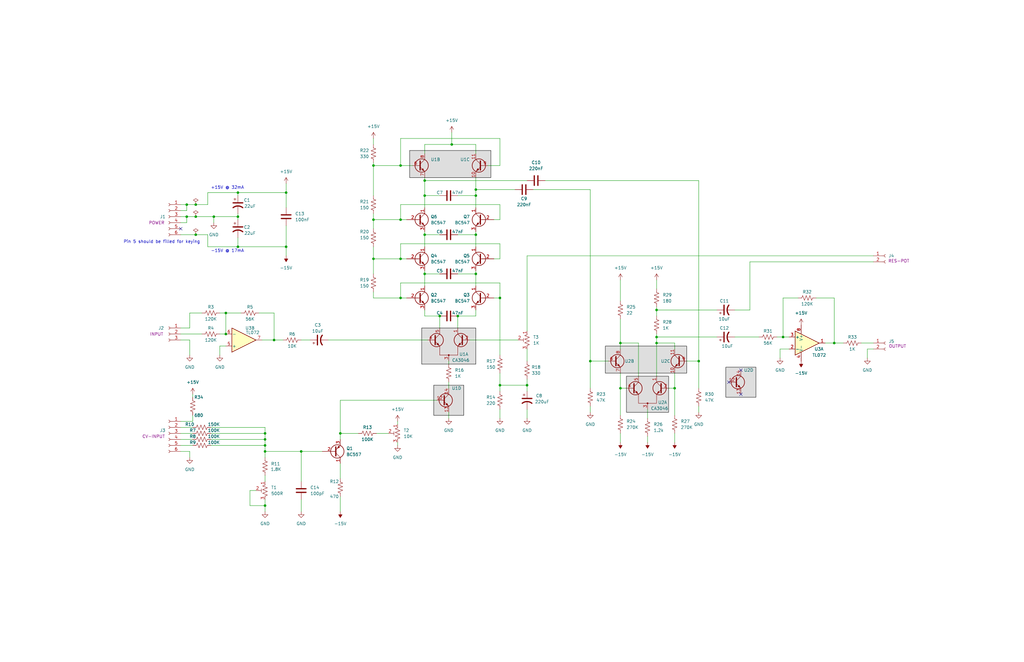
<source format=kicad_sch>
(kicad_sch (version 20230121) (generator eeschema)
  (paper "USLedger")
  (junction (at 179.07 82.55))
  (junction (at 95.25 140.97))
  (junction (at 200.66 115.57))
  (junction (at 111.76 213.36))
  (junction (at 261.62 163.83))
  (junction (at 157.48 109.22))
  (junction (at 294.64 152.4))
  (junction (at 261.62 144.78))
  (junction (at 100.33 104.14))
  (junction (at 111.76 182.88))
  (junction (at 95.25 132.08))
  (junction (at 179.07 115.57))
  (junction (at 210.82 125.73))
  (junction (at 200.66 80.01))
  (junction (at 100.33 81.28))
  (junction (at 115.57 143.51))
  (junction (at 179.07 99.06))
  (junction (at 276.86 142.24))
  (junction (at 284.48 163.83))
  (junction (at 100.33 91.44))
  (junction (at 78.74 86.36))
  (junction (at 179.07 76.2))
  (junction (at 351.79 144.78))
  (junction (at 276.86 130.81))
  (junction (at 168.91 69.85))
  (junction (at 157.48 69.85))
  (junction (at 157.48 92.71))
  (junction (at 127 190.5))
  (junction (at 143.51 182.88))
  (junction (at 82.55 86.36))
  (junction (at 90.17 91.44))
  (junction (at 200.66 82.55))
  (junction (at 248.92 152.4))
  (junction (at 78.74 91.44))
  (junction (at 82.55 91.44))
  (junction (at 111.76 185.42))
  (junction (at 82.55 99.06))
  (junction (at 120.65 104.14))
  (junction (at 193.04 133.35))
  (junction (at 222.25 162.56))
  (junction (at 185.42 133.35))
  (junction (at 330.2 142.24))
  (junction (at 190.5 60.96))
  (junction (at 168.91 92.71))
  (junction (at 210.82 162.56))
  (junction (at 200.66 99.06))
  (junction (at 276.86 144.78))
  (junction (at 111.76 190.5))
  (junction (at 111.76 187.96))
  (junction (at 168.91 125.73))
  (junction (at 120.65 81.28))
  (junction (at 168.91 109.22))
  (no_connect (at 312.42 156.21))
  (no_connect (at 312.42 166.37))
  (no_connect (at 76.2 96.52))
  (no_connect (at 307.34 161.29))
  (wire (pts (xy 336.55 125.73) (xy 330.2 125.73)))
  (wire (pts (xy 76.2 187.96) (xy 81.28 187.96)))
  (wire (pts (xy 330.2 125.73) (xy 330.2 142.24)))
  (wire (pts (xy 111.76 187.96) (xy 111.76 190.5)))
  (wire (pts (xy 294.64 76.2) (xy 294.64 152.4)))
  (wire (pts (xy 88.9 185.42) (xy 111.76 185.42)))
  (wire (pts (xy 109.22 132.08) (xy 115.57 132.08)))
  (wire (pts (xy 157.48 104.14) (xy 157.48 109.22)))
  (wire (pts (xy 273.05 172.72) (xy 273.05 176.53)))
  (wire (pts (xy 111.76 182.88) (xy 111.76 185.42)))
  (wire (pts (xy 76.2 140.97) (xy 85.09 140.97)))
  (wire (pts (xy 120.65 87.63) (xy 120.65 81.28)))
  (wire (pts (xy 92.71 149.86) (xy 92.71 146.05)))
  (wire (pts (xy 190.5 55.88) (xy 190.5 60.96)))
  (wire (pts (xy 210.82 86.36) (xy 168.91 86.36)))
  (wire (pts (xy 76.2 182.88) (xy 81.28 182.88)))
  (wire (pts (xy 210.82 92.71) (xy 210.82 86.36)))
  (wire (pts (xy 105.41 213.36) (xy 111.76 213.36)))
  (wire (pts (xy 189.23 152.4) (xy 189.23 153.67)))
  (wire (pts (xy 276.86 129.54) (xy 276.86 130.81)))
  (wire (pts (xy 120.65 81.28) (xy 100.33 81.28)))
  (wire (pts (xy 100.33 82.55) (xy 100.33 81.28)))
  (wire (pts (xy 284.48 182.88) (xy 284.48 186.69)))
  (wire (pts (xy 168.91 86.36) (xy 168.91 92.71)))
  (wire (pts (xy 90.17 91.44) (xy 100.33 91.44)))
  (wire (pts (xy 210.82 125.73) (xy 210.82 149.86)))
  (wire (pts (xy 92.71 140.97) (xy 95.25 140.97)))
  (wire (pts (xy 157.48 125.73) (xy 168.91 125.73)))
  (wire (pts (xy 179.07 64.77) (xy 179.07 60.96)))
  (wire (pts (xy 179.07 76.2) (xy 222.25 76.2)))
  (wire (pts (xy 179.07 74.93) (xy 179.07 76.2)))
  (wire (pts (xy 289.56 152.4) (xy 294.64 152.4)))
  (wire (pts (xy 111.76 180.34) (xy 111.76 182.88)))
  (wire (pts (xy 327.66 142.24) (xy 330.2 142.24)))
  (wire (pts (xy 87.63 104.14) (xy 100.33 104.14)))
  (wire (pts (xy 193.04 115.57) (xy 200.66 115.57)))
  (wire (pts (xy 185.42 133.35) (xy 185.42 138.43)))
  (wire (pts (xy 351.79 144.78) (xy 347.98 144.78)))
  (wire (pts (xy 261.62 182.88) (xy 261.62 186.69)))
  (wire (pts (xy 76.2 93.98) (xy 78.74 93.98)))
  (wire (pts (xy 276.86 144.78) (xy 284.48 144.78)))
  (wire (pts (xy 78.74 88.9) (xy 78.74 86.36)))
  (wire (pts (xy 210.82 162.56) (xy 210.82 165.1)))
  (wire (pts (xy 78.74 86.36) (xy 76.2 86.36)))
  (wire (pts (xy 365.76 147.32) (xy 365.76 151.13)))
  (wire (pts (xy 193.04 133.35) (xy 200.66 133.35)))
  (wire (pts (xy 157.48 92.71) (xy 168.91 92.71)))
  (wire (pts (xy 157.48 123.19) (xy 157.48 125.73)))
  (wire (pts (xy 309.88 130.81) (xy 316.23 130.81)))
  (wire (pts (xy 332.74 147.32) (xy 328.93 147.32)))
  (wire (pts (xy 76.2 180.34) (xy 81.28 180.34)))
  (wire (pts (xy 167.64 177.8) (xy 167.64 179.07)))
  (wire (pts (xy 143.51 195.58) (xy 143.51 201.93)))
  (wire (pts (xy 276.86 130.81) (xy 276.86 133.35)))
  (wire (pts (xy 328.93 147.32) (xy 328.93 151.13)))
  (wire (pts (xy 179.07 82.55) (xy 179.07 87.63)))
  (wire (pts (xy 208.28 92.71) (xy 210.82 92.71)))
  (wire (pts (xy 248.92 80.01) (xy 248.92 152.4)))
  (wire (pts (xy 179.07 130.81) (xy 179.07 133.35)))
  (wire (pts (xy 95.25 132.08) (xy 101.6 132.08)))
  (wire (pts (xy 87.63 81.28) (xy 87.63 86.36)))
  (wire (pts (xy 281.94 163.83) (xy 284.48 163.83)))
  (wire (pts (xy 127 143.51) (xy 130.81 143.51)))
  (wire (pts (xy 222.25 162.56) (xy 222.25 165.1)))
  (wire (pts (xy 276.86 142.24) (xy 302.26 142.24)))
  (wire (pts (xy 80.01 138.43) (xy 80.01 132.08)))
  (wire (pts (xy 222.25 160.02) (xy 222.25 162.56)))
  (wire (pts (xy 92.71 146.05) (xy 95.25 146.05)))
  (wire (pts (xy 261.62 144.78) (xy 261.62 147.32)))
  (wire (pts (xy 157.48 109.22) (xy 157.48 115.57)))
  (wire (pts (xy 330.2 142.24) (xy 332.74 142.24)))
  (wire (pts (xy 256.54 152.4) (xy 248.92 152.4)))
  (wire (pts (xy 193.04 99.06) (xy 200.66 99.06)))
  (wire (pts (xy 100.33 91.44) (xy 100.33 92.71)))
  (wire (pts (xy 92.71 132.08) (xy 95.25 132.08)))
  (wire (pts (xy 261.62 163.83) (xy 261.62 175.26)))
  (wire (pts (xy 208.28 109.22) (xy 210.82 109.22)))
  (wire (pts (xy 363.22 144.78) (xy 368.3 144.78)))
  (wire (pts (xy 111.76 200.66) (xy 111.76 203.2)))
  (wire (pts (xy 127 190.5) (xy 135.89 190.5)))
  (wire (pts (xy 179.07 115.57) (xy 185.42 115.57)))
  (wire (pts (xy 190.5 60.96) (xy 200.66 60.96)))
  (wire (pts (xy 168.91 109.22) (xy 171.45 109.22)))
  (wire (pts (xy 276.86 118.11) (xy 276.86 121.92)))
  (wire (pts (xy 200.66 74.93) (xy 200.66 80.01)))
  (wire (pts (xy 157.48 58.42) (xy 157.48 60.96)))
  (wire (pts (xy 76.2 143.51) (xy 80.01 143.51)))
  (wire (pts (xy 78.74 91.44) (xy 82.55 91.44)))
  (wire (pts (xy 229.87 76.2) (xy 294.64 76.2)))
  (wire (pts (xy 248.92 152.4) (xy 248.92 163.83)))
  (wire (pts (xy 157.48 92.71) (xy 157.48 96.52)))
  (wire (pts (xy 127 210.82) (xy 127 215.9)))
  (wire (pts (xy 368.3 147.32) (xy 365.76 147.32)))
  (wire (pts (xy 95.25 132.08) (xy 95.25 140.97)))
  (wire (pts (xy 261.62 134.62) (xy 261.62 144.78)))
  (wire (pts (xy 100.33 90.17) (xy 100.33 91.44)))
  (wire (pts (xy 222.25 172.72) (xy 222.25 176.53)))
  (wire (pts (xy 115.57 143.51) (xy 110.49 143.51)))
  (wire (pts (xy 200.66 82.55) (xy 200.66 87.63)))
  (wire (pts (xy 222.25 107.95) (xy 368.3 107.95)))
  (wire (pts (xy 88.9 182.88) (xy 111.76 182.88)))
  (wire (pts (xy 269.24 144.78) (xy 261.62 144.78)))
  (wire (pts (xy 168.91 125.73) (xy 171.45 125.73)))
  (wire (pts (xy 210.82 58.42) (xy 168.91 58.42)))
  (wire (pts (xy 76.2 185.42) (xy 81.28 185.42)))
  (wire (pts (xy 100.33 104.14) (xy 120.65 104.14)))
  (wire (pts (xy 168.91 69.85) (xy 173.99 69.85)))
  (wire (pts (xy 168.91 92.71) (xy 171.45 92.71)))
  (wire (pts (xy 193.04 138.43) (xy 193.04 133.35)))
  (wire (pts (xy 284.48 163.83) (xy 284.48 175.26)))
  (wire (pts (xy 210.82 69.85) (xy 210.82 58.42)))
  (wire (pts (xy 224.79 80.01) (xy 248.92 80.01)))
  (wire (pts (xy 276.86 142.24) (xy 276.86 144.78)))
  (wire (pts (xy 189.23 173.99) (xy 189.23 176.53)))
  (wire (pts (xy 316.23 110.49) (xy 368.3 110.49)))
  (wire (pts (xy 105.41 207.01) (xy 105.41 213.36)))
  (wire (pts (xy 143.51 182.88) (xy 151.13 182.88)))
  (wire (pts (xy 200.66 80.01) (xy 200.66 82.55)))
  (wire (pts (xy 284.48 163.83) (xy 284.48 157.48)))
  (wire (pts (xy 82.55 86.36) (xy 87.63 86.36)))
  (wire (pts (xy 76.2 88.9) (xy 78.74 88.9)))
  (wire (pts (xy 309.88 142.24) (xy 320.04 142.24)))
  (wire (pts (xy 273.05 184.15) (xy 273.05 186.69)))
  (wire (pts (xy 80.01 143.51) (xy 80.01 149.86)))
  (wire (pts (xy 222.25 139.7) (xy 222.25 107.95)))
  (wire (pts (xy 111.76 190.5) (xy 111.76 193.04)))
  (wire (pts (xy 80.01 132.08) (xy 85.09 132.08)))
  (wire (pts (xy 88.9 180.34) (xy 111.76 180.34)))
  (wire (pts (xy 200.66 133.35) (xy 200.66 130.81)))
  (wire (pts (xy 158.75 182.88) (xy 163.83 182.88)))
  (wire (pts (xy 210.82 119.38) (xy 168.91 119.38)))
  (wire (pts (xy 351.79 144.78) (xy 355.6 144.78)))
  (wire (pts (xy 179.07 115.57) (xy 179.07 120.65)))
  (wire (pts (xy 276.86 130.81) (xy 302.26 130.81)))
  (wire (pts (xy 76.2 99.06) (xy 82.55 99.06)))
  (wire (pts (xy 100.33 100.33) (xy 100.33 104.14)))
  (wire (pts (xy 111.76 213.36) (xy 111.76 210.82)))
  (wire (pts (xy 81.28 166.37) (xy 81.28 167.64)))
  (wire (pts (xy 127 190.5) (xy 111.76 190.5)))
  (wire (pts (xy 261.62 118.11) (xy 261.62 127)))
  (wire (pts (xy 210.82 109.22) (xy 210.82 102.87)))
  (wire (pts (xy 198.12 143.51) (xy 218.44 143.51)))
  (wire (pts (xy 87.63 104.14) (xy 87.63 99.06)))
  (wire (pts (xy 210.82 125.73) (xy 210.82 119.38)))
  (wire (pts (xy 111.76 185.42) (xy 111.76 187.96)))
  (wire (pts (xy 261.62 157.48) (xy 261.62 163.83)))
  (wire (pts (xy 284.48 144.78) (xy 284.48 147.32)))
  (wire (pts (xy 200.66 80.01) (xy 217.17 80.01)))
  (wire (pts (xy 344.17 125.73) (xy 351.79 125.73)))
  (wire (pts (xy 80.01 138.43) (xy 76.2 138.43)))
  (wire (pts (xy 179.07 99.06) (xy 185.42 99.06)))
  (wire (pts (xy 179.07 99.06) (xy 179.07 104.14)))
  (wire (pts (xy 210.82 172.72) (xy 210.82 176.53)))
  (wire (pts (xy 248.92 171.45) (xy 248.92 173.99)))
  (wire (pts (xy 127 203.2) (xy 127 190.5)))
  (wire (pts (xy 200.66 99.06) (xy 200.66 104.14)))
  (wire (pts (xy 143.51 209.55) (xy 143.51 215.9)))
  (wire (pts (xy 200.66 60.96) (xy 200.66 64.77)))
  (wire (pts (xy 205.74 69.85) (xy 210.82 69.85)))
  (wire (pts (xy 222.25 162.56) (xy 210.82 162.56)))
  (wire (pts (xy 143.51 185.42) (xy 143.51 182.88)))
  (wire (pts (xy 138.43 143.51) (xy 180.34 143.51)))
  (wire (pts (xy 179.07 133.35) (xy 185.42 133.35)))
  (wire (pts (xy 189.23 161.29) (xy 189.23 163.83)))
  (wire (pts (xy 78.74 93.98) (xy 78.74 91.44)))
  (wire (pts (xy 269.24 158.75) (xy 269.24 144.78)))
  (wire (pts (xy 208.28 125.73) (xy 210.82 125.73)))
  (wire (pts (xy 87.63 81.28) (xy 100.33 81.28)))
  (wire (pts (xy 120.65 77.47) (xy 120.65 81.28)))
  (wire (pts (xy 111.76 187.96) (xy 88.9 187.96)))
  (wire (pts (xy 276.86 144.78) (xy 276.86 158.75)))
  (wire (pts (xy 157.48 68.58) (xy 157.48 69.85)))
  (wire (pts (xy 143.51 168.91) (xy 143.51 182.88)))
  (wire (pts (xy 81.28 177.8) (xy 76.2 177.8)))
  (wire (pts (xy 168.91 58.42) (xy 168.91 69.85)))
  (wire (pts (xy 82.55 99.06) (xy 87.63 99.06)))
  (wire (pts (xy 200.66 115.57) (xy 200.66 120.65)))
  (wire (pts (xy 115.57 132.08) (xy 115.57 143.51)))
  (wire (pts (xy 184.15 168.91) (xy 143.51 168.91)))
  (wire (pts (xy 210.82 102.87) (xy 168.91 102.87)))
  (wire (pts (xy 78.74 86.36) (xy 82.55 86.36)))
  (wire (pts (xy 157.48 109.22) (xy 168.91 109.22)))
  (wire (pts (xy 179.07 82.55) (xy 185.42 82.55)))
  (wire (pts (xy 82.55 91.44) (xy 90.17 91.44)))
  (wire (pts (xy 167.64 186.69) (xy 167.64 187.96)))
  (wire (pts (xy 81.28 175.26) (xy 81.28 177.8)))
  (wire (pts (xy 316.23 130.81) (xy 316.23 110.49)))
  (wire (pts (xy 111.76 213.36) (xy 111.76 215.9)))
  (wire (pts (xy 120.65 104.14) (xy 120.65 107.95)))
  (wire (pts (xy 76.2 91.44) (xy 78.74 91.44)))
  (wire (pts (xy 179.07 60.96) (xy 190.5 60.96)))
  (wire (pts (xy 115.57 143.51) (xy 119.38 143.51)))
  (wire (pts (xy 276.86 140.97) (xy 276.86 142.24)))
  (wire (pts (xy 261.62 163.83) (xy 264.16 163.83)))
  (wire (pts (xy 90.17 91.44) (xy 90.17 93.98)))
  (wire (pts (xy 107.95 207.01) (xy 105.41 207.01)))
  (wire (pts (xy 168.91 102.87) (xy 168.91 109.22)))
  (wire (pts (xy 179.07 114.3) (xy 179.07 115.57)))
  (wire (pts (xy 351.79 125.73) (xy 351.79 144.78)))
  (wire (pts (xy 76.2 190.5) (xy 80.01 190.5)))
  (wire (pts (xy 179.07 97.79) (xy 179.07 99.06)))
  (wire (pts (xy 157.48 69.85) (xy 157.48 82.55)))
  (wire (pts (xy 200.66 114.3) (xy 200.66 115.57)))
  (wire (pts (xy 222.25 147.32) (xy 222.25 152.4)))
  (wire (pts (xy 168.91 119.38) (xy 168.91 125.73)))
  (wire (pts (xy 157.48 90.17) (xy 157.48 92.71)))
  (wire (pts (xy 294.64 152.4) (xy 294.64 163.83)))
  (wire (pts (xy 80.01 190.5) (xy 80.01 193.04)))
  (wire (pts (xy 193.04 82.55) (xy 200.66 82.55)))
  (wire (pts (xy 120.65 95.25) (xy 120.65 104.14)))
  (wire (pts (xy 179.07 76.2) (xy 179.07 82.55)))
  (wire (pts (xy 157.48 69.85) (xy 168.91 69.85)))
  (wire (pts (xy 210.82 157.48) (xy 210.82 162.56)))
  (wire (pts (xy 200.66 97.79) (xy 200.66 99.06)))
  (wire (pts (xy 294.64 171.45) (xy 294.64 173.99)))
  (rectangle (start 255.27 146.05) (end 289.56 157.48) (stroke (width 0) (color 0 0 0 1)) (fill (type color) (color 0 0 0 0.13)))
  (rectangle (start 306.07 154.94) (end 318.77 167.64) (stroke (width 0) (color 0 0 0 1)) (fill (type color) (color 0 0 0 0.13)))
  (rectangle (start 172.72 63.5) (end 207.01 74.93) (stroke (width 0) (color 0 0 0 1)) (fill (type color) (color 0 0 0 0.13)))
  (rectangle (start 182.88 162.56) (end 195.58 175.26) (stroke (width 0) (color 0 0 0 1)) (fill (type color) (color 0 0 0 0.13)))
  (rectangle (start 177.8 138.43) (end 200.66 153.67) (stroke (width 0) (color 0 0 0 1)) (fill (type color) (color 0 0 0 0.13)))
  (rectangle (start 264.16 158.75) (end 281.94 173.99) (stroke (width 0) (color 0 0 0 1)) (fill (type color) (color 0 0 0 0.13)))
  (text "+15V @ 32mA" (at 88.9 80.01 0) (effects (font (size 1.27 1.27)) (justify left bottom)))
  (text "Pin 5 should be filled for keying" (at 52.07 102.87 0) (effects (font (size 1.27 1.27)) (justify left bottom)))
  (text "-15V @ 17mA" (at 88.9 106.68 0) (effects (font (size 1.27 1.27)) (justify left bottom)))
  (symbol (lib_id "Amplifier_Operational:TL072") (at 340.36 144.78 0) (unit 1)
    (property "Reference" "U3" (at 345.3716 147.2791 0))
    (property "Value" "TL072" (at 345.44 149.86 0))
    (property "Footprint" "Package_DIP:DIP-8_W7.62mm" (effects hide))
    (property "Datasheet" "http://www.ti.com/lit/ds/symlink/tl071.pdf" (effects hide))
  )
  (symbol (lib_id "Device:R_US") (at 261.62 179.07 0) (unit 1)
    (property "Reference" "R24" (at 264.16 177.8 0) (effects (justify left)))
    (property "Value" "270K" (at 264.16 180.34 0) (effects (justify left)))
    (property "Footprint" "Resistor_THT:R_Axial_DIN0207_L6.3mm_D2.5mm_P10.16mm_Horizontal" (effects hide))
    (property "Power Rating" "1/4W" (effects hide))
    (property "Manuf" "Yageo" (effects hide))
    (property "Manuf PN" "MFR25Fxy52-270K" (effects hide))
  )
  (symbol (lib_id "power:+15V") (at 157.48 58.42 0) (mirror y) (unit 1)
    (property "Reference" "#PWR025" (effects hide))
    (property "Value" "+15V" (at 157.48 53.34 0))
  )
  (symbol (lib_name "CA3046_2") (lib_id "Transistor_BJT_SJG:CA3046") (at 261.62 152.4 0) (unit 2)
    (property "Reference" "U2" (at 265.43 152.4 0))
    (property "Value" "CA3046" (effects hide))
  )
  (symbol (lib_name "CA3046_4") (lib_id "Transistor_BJT_SJG:CA3046") (at 189.23 168.91 0) (unit 4)
    (property "Reference" "U1" (at 190.5 163.83 0) (effects (justify left)))
    (property "Value" "CA3046" (effects hide))
  )
  (symbol (lib_name "CA3046_4") (lib_id "Transistor_BJT_SJG:CA3046") (at 312.42 161.29 0) (unit 4)
    (property "Reference" "U2" (at 313.69 156.21 0) (effects (justify left)))
    (property "Value" "CA3046" (effects hide))
  )
  (symbol (lib_id "power:PWR_FLAG") (at 82.55 91.44 0) (unit 1)
    (property "Reference" "#FLG03" (effects hide))
    (property "Value" "PWR_FLAG" (effects hide))
  )
  (symbol (lib_id "Device:R_US") (at 111.76 196.85 180) (unit 1)
    (property "Reference" "R11" (at 116.1901 195.7337 0))
    (property "Value" "1.8K" (at 116.3952 198.0419 0))
    (property "Footprint" "Resistor_THT:R_Axial_DIN0207_L6.3mm_D2.5mm_P10.16mm_Horizontal" (effects hide))
    (property "Power Rating" "1/4W" (effects hide))
    (property "Manuf" "Yageo" (effects hide))
    (property "Manuf PN" "MFR25Fxy52-1K8" (effects hide))
  )
  (symbol (lib_id "Transistor_BJT:BC547") (at 203.2 92.71 0) (mirror y) (unit 1)
    (property "Reference" "Q7" (at 198.12 91.44 0) (effects (justify left)))
    (property "Value" "BC547" (at 198.12 93.98 0) (effects (justify left)))
    (property "Footprint" "Package_TO_SOT_THT:TO-92_Inline" (effects hide))
    (property "Datasheet" "https://www.onsemi.com/pub/Collateral/BC550-D.pdf" (effects hide))
  )
  (symbol (lib_id "Device:C") (at 226.06 76.2 90) (unit 1)
    (property "Reference" "C10" (at 226.06 68.58 90))
    (property "Value" "220nF" (at 226.06 71.12 90))
    (property "Footprint" "Capacitor_THT:C_Rect_L9.0mm_W2.5mm_P7.50mm_MKT" (effects hide))
    (property "Manuf" "Kemet" (effects hide))
    (property "Manuf PN" "C321C224K1R5TA" (effects hide))
  )
  (symbol (lib_id "Transistor_BJT_SJG:CA3046") (at 189.23 149.86 0) (mirror y) (unit 1)
    (property "Reference" "U1" (at 195.58 149.4791 0))
    (property "Value" "CA3046" (at 194.31 152.0191 0))
  )
  (symbol (lib_id "Device:R_US") (at 157.48 100.33 180) (unit 1)
    (property "Reference" "R20" (at 153.67 97.79 0))
    (property "Value" "150" (at 153.67 100.33 0))
    (property "Footprint" "Resistor_THT:R_Axial_DIN0207_L6.3mm_D2.5mm_P10.16mm_Horizontal" (effects hide))
    (property "Power Rating" "1/4W" (effects hide))
    (property "Manuf" "Yageo" (effects hide))
    (property "Manuf PN" "MFR25Fxy52-150R" (effects hide))
  )
  (symbol (lib_id "Device:C") (at 189.23 82.55 90) (unit 1)
    (property "Reference" "C7" (at 185.42 81.28 90))
    (property "Value" "47nF" (at 193.04 81.28 90))
    (property "Footprint" "Capacitor_THT:C_Rect_L26.5mm_W8.5mm_P22.50mm_MKS4" (effects hide))
    (property "Datasheet" "https://connect.kemet.com:7667/gateway/IntelliData-ComponentDocumentation/1.0/download/datasheet/PHE426DJ5470JR05" (effects hide))
    (property "Manuf" "Kemet" (effects hide))
    (property "Manuf PN" "PHE426DJ5470JR05" (effects hide))
  )
  (symbol (lib_id "Device:R_US") (at 248.92 167.64 0) (unit 1)
    (property "Reference" "R23" (at 251.46 166.37 0) (effects (justify left)))
    (property "Value" "47K" (at 251.46 168.91 0) (effects (justify left)))
    (property "Footprint" "Resistor_THT:R_Axial_DIN0207_L6.3mm_D2.5mm_P10.16mm_Horizontal" (effects hide))
    (property "Power Rating" "1/4W" (effects hide))
    (property "Manuf" "Yageo" (effects hide))
    (property "Manuf PN" "MFR25Fxy52-47K" (effects hide))
  )
  (symbol (lib_id "power:-15V") (at 261.62 186.69 180) (unit 1)
    (property "Reference" "#PWR02" (effects hide))
    (property "Value" "-15V" (at 261.62 191.77 0))
  )
  (symbol (lib_id "Device:C_Polarized_US") (at 306.07 130.81 90) (unit 1)
    (property "Reference" "C11" (at 305.435 127 90))
    (property "Value" "10uF" (at 305.435 134.62 90))
  )
  (symbol (lib_id "Device:C") (at 189.23 133.35 90) (unit 1)
    (property "Reference" "C4" (at 185.42 132.08 90))
    (property "Value" "47nF" (at 193.04 132.08 90))
    (property "Footprint" "Capacitor_THT:C_Rect_L26.5mm_W8.5mm_P22.50mm_MKS4" (effects hide))
    (property "Datasheet" "https://connect.kemet.com:7667/gateway/IntelliData-ComponentDocumentation/1.0/download/datasheet/PHE426DJ5470JR05" (effects hide))
    (property "Manuf" "Kemet" (effects hide))
    (property "Manuf PN" "PHE426DJ5470JR05" (effects hide))
  )
  (symbol (lib_id "power:GND") (at 328.93 151.13 0) (unit 1)
    (property "Reference" "#PWR08" (effects hide))
    (property "Value" "GND" (at 328.93 156.21 0))
  )
  (symbol (lib_id "power:-15V") (at 337.82 152.4 180) (unit 1)
    (property "Reference" "#PWR011" (effects hide))
    (property "Value" "-15V" (at 337.82 157.48 0))
  )
  (symbol (lib_id "Device:R_US") (at 340.36 125.73 90) (unit 1)
    (property "Reference" "R32" (at 340.36 123.19 90))
    (property "Value" "120K" (at 340.36 128.27 90))
    (property "Footprint" "Resistor_THT:R_Axial_DIN0207_L6.3mm_D2.5mm_P10.16mm_Horizontal" (effects hide))
    (property "Power Rating" "1/4W" (effects hide))
    (property "Manuf" "Yageo" (effects hide))
    (property "Manuf PN" "MFR25Fxy52-120K" (effects hide))
  )
  (symbol (lib_id "Device:C_Polarized_US") (at 306.07 142.24 90) (unit 1)
    (property "Reference" "C12" (at 305.435 138.43 90))
    (property "Value" "10uF" (at 306.705 146.05 90))
  )
  (symbol (lib_id "power:+15V") (at 276.86 118.11 0) (unit 1)
    (property "Reference" "#PWR07" (effects hide))
    (property "Value" "+15V" (at 276.86 113.03 0))
  )
  (symbol (lib_id "Device:R_US") (at 157.48 86.36 180) (unit 1)
    (property "Reference" "R21" (at 153.67 85.09 0))
    (property "Value" "150" (at 153.67 87.63 0))
    (property "Footprint" "Resistor_THT:R_Axial_DIN0207_L6.3mm_D2.5mm_P10.16mm_Horizontal" (effects hide))
    (property "Power Rating" "1/4W" (effects hide))
    (property "Manuf" "Yageo" (effects hide))
    (property "Manuf PN" "MFR25Fxy52-150R" (effects hide))
  )
  (symbol (lib_id "power:PWR_FLAG") (at 82.55 86.36 0) (unit 1)
    (property "Reference" "#FLG01" (effects hide))
    (property "Value" "PWR_FLAG" (effects hide))
  )
  (symbol (lib_id "Device:R_US") (at 85.09 187.96 90) (unit 1)
    (property "Reference" "R9" (at 81.28 186.69 90))
    (property "Value" "100K" (at 90.17 186.69 90))
    (property "Footprint" "Resistor_THT:R_Axial_DIN0207_L6.3mm_D2.5mm_P10.16mm_Horizontal" (effects hide))
    (property "Power Rating" "1/4W" (effects hide))
    (property "Manuf" "Yageo" (effects hide))
    (property "Manuf PN" "MFR25Fxy52-100K" (effects hide))
  )
  (symbol (lib_id "Device:C_Polarized_US") (at 134.62 143.51 90) (unit 1)
    (property "Reference" "C3" (at 133.985 137.16 90))
    (property "Value" "10uF" (at 133.985 139.7 90))
  )
  (symbol (lib_id "Connector:Conn_01x06_Socket") (at 71.12 182.88 0) (mirror y) (unit 1)
    (property "Reference" "J3" (at 68.58 181.61 0))
    (property "Value" "Conn_01x06_Socket" (effects hide))
    (property "Footprint" "Connector_PinSocket_2.54mm:PinSocket_1x06_P2.54mm_Vertical" (effects hide))
    (property "Label" "CV-INPUT" (at 64.77 184.15 0))
  )
  (symbol (lib_id "Device:R_US") (at 210.82 153.67 180) (unit 1)
    (property "Reference" "R17" (at 207.01 152.4 0))
    (property "Value" "150" (at 207.01 154.94 0))
    (property "Footprint" "Resistor_THT:R_Axial_DIN0207_L6.3mm_D2.5mm_P10.16mm_Horizontal" (effects hide))
    (property "Power Rating" "1/4W" (effects hide))
    (property "Manuf" "Yageo" (effects hide))
    (property "Manuf PN" "MFR25Fxy52-150R" (effects hide))
  )
  (symbol (lib_id "Device:R_US") (at 284.48 179.07 0) (unit 1)
    (property "Reference" "R27" (at 287.02 177.8 0) (effects (justify left)))
    (property "Value" "270K" (at 287.02 180.34 0) (effects (justify left)))
    (property "Footprint" "Resistor_THT:R_Axial_DIN0207_L6.3mm_D2.5mm_P10.16mm_Horizontal" (effects hide))
    (property "Power Rating" "1/4W" (effects hide))
    (property "Manuf" "Yageo" (effects hide))
    (property "Manuf PN" "MFR25Fxy52-270K" (effects hide))
  )
  (symbol (lib_id "Device:R_US") (at 276.86 125.73 0) (unit 1)
    (property "Reference" "R29" (at 279.4 124.46 0) (effects (justify left)))
    (property "Value" "180" (at 279.4 127 0) (effects (justify left)))
    (property "Footprint" "Resistor_THT:R_Axial_DIN0207_L6.3mm_D2.5mm_P10.16mm_Horizontal" (effects hide))
    (property "Power Rating" "1/4W" (effects hide))
    (property "Manuf" "Yageo" (effects hide))
    (property "Manuf PN" "MFR25Fxy52-180R" (effects hide))
  )
  (symbol (lib_id "power:GND") (at 248.92 173.99 0) (unit 1)
    (property "Reference" "#PWR01" (effects hide))
    (property "Value" "GND" (at 248.92 179.07 0))
  )
  (symbol (lib_id "power:GND") (at 210.82 176.53 0) (unit 1)
    (property "Reference" "#PWR027" (effects hide))
    (property "Value" "GND" (at 210.82 181.61 0))
  )
  (symbol (lib_id "Device:R_US") (at 210.82 168.91 180) (unit 1)
    (property "Reference" "R14" (at 207.01 167.64 0))
    (property "Value" "220" (at 207.01 170.18 0))
    (property "Footprint" "Resistor_THT:R_Axial_DIN0207_L6.3mm_D2.5mm_P10.16mm_Horizontal" (effects hide))
    (property "Power Rating" "1/4W" (effects hide))
    (property "Manuf" "Yageo" (effects hide))
    (property "Manuf PN" "MFR25Fxy52-220R" (effects hide))
  )
  (symbol (lib_id "Device:R_US") (at 261.62 130.81 0) (unit 1)
    (property "Reference" "R25" (at 264.16 129.54 0) (effects (justify left)))
    (property "Value" "22" (at 264.16 132.08 0) (effects (justify left)))
    (property "Footprint" "Resistor_THT:R_Axial_DIN0207_L6.3mm_D2.5mm_P10.16mm_Horizontal" (effects hide))
    (property "Power Rating" "1/4W" (effects hide))
    (property "Manuf" "Yageo" (effects hide))
    (property "Manuf PN" "MFR25Fxy52-22R" (effects hide))
  )
  (symbol (lib_id "Device:R_US") (at 88.9 140.97 90) (unit 1)
    (property "Reference" "R4" (at 88.9 138.43 90))
    (property "Value" "120K" (at 88.9 143.51 90))
    (property "Footprint" "Resistor_THT:R_Axial_DIN0207_L6.3mm_D2.5mm_P10.16mm_Horizontal" (effects hide))
    (property "Power Rating" "1/4W" (effects hide))
    (property "Manuf" "Yageo" (effects hide))
    (property "Manuf PN" "MFR25Fxy52-120K" (effects hide))
  )
  (symbol (lib_id "Device:C") (at 189.23 99.06 90) (unit 1)
    (property "Reference" "C6" (at 185.42 97.79 90))
    (property "Value" "47nF" (at 193.04 97.79 90))
    (property "Footprint" "Capacitor_THT:C_Rect_L26.5mm_W8.5mm_P22.50mm_MKS4" (effects hide))
    (property "Datasheet" "https://connect.kemet.com:7667/gateway/IntelliData-ComponentDocumentation/1.0/download/datasheet/PHE426DJ5470JR05" (effects hide))
    (property "Manuf" "Kemet" (effects hide))
    (property "Manuf PN" "PHE426DJ5470JR05" (effects hide))
  )
  (symbol (lib_id "power:GND") (at 294.64 173.99 0) (unit 1)
    (property "Reference" "#PWR05" (effects hide))
    (property "Value" "GND" (at 294.64 179.07 0))
  )
  (symbol (lib_id "power:-15V") (at 120.65 107.95 0) (mirror x) (unit 1)
    (property "Reference" "#PWR013" (effects hide))
    (property "Value" "-15V" (at 120.65 113.03 0))
  )
  (symbol (lib_id "power:GND") (at 90.17 93.98 0) (mirror y) (unit 1)
    (property "Reference" "#PWR015" (effects hide))
    (property "Value" "GND" (at 90.17 99.06 0))
  )
  (symbol (lib_id "power:GND") (at 189.23 176.53 0) (unit 1)
    (property "Reference" "#PWR026" (effects hide))
    (property "Value" "GND" (at 189.23 181.61 0))
  )
  (symbol (lib_id "Device:R_US") (at 273.05 180.34 0) (unit 1)
    (property "Reference" "R26" (at 275.59 179.07 0) (effects (justify left)))
    (property "Value" "1.2k" (at 275.59 181.61 0) (effects (justify left)))
    (property "Footprint" "Resistor_THT:R_Axial_DIN0207_L6.3mm_D2.5mm_P10.16mm_Horizontal" (effects hide))
    (property "Power Rating" "1/4W" (effects hide))
    (property "Manuf" "Yageo" (effects hide))
    (property "Manuf PN" "MFR25Fxy52-1K2" (effects hide))
  )
  (symbol (lib_id "Device:C") (at 189.23 115.57 90) (unit 1)
    (property "Reference" "C5" (at 185.42 114.3 90))
    (property "Value" "47nF" (at 193.04 114.3 90))
    (property "Footprint" "Capacitor_THT:C_Rect_L26.5mm_W8.5mm_P22.50mm_MKS4" (effects hide))
    (property "Datasheet" "https://connect.kemet.com:7667/gateway/IntelliData-ComponentDocumentation/1.0/download/datasheet/PHE426DJ5470JR05" (effects hide))
    (property "Manuf" "Kemet" (effects hide))
    (property "Manuf PN" "PHE426DJ5470JR05" (effects hide))
  )
  (symbol (lib_id "power:GND") (at 127 215.9 0) (unit 1)
    (property "Reference" "#PWR020" (effects hide))
    (property "Value" "GND" (at 127 220.98 0))
  )
  (symbol (lib_id "Transistor_BJT_SJG:CA3046") (at 273.05 170.18 0) (mirror y) (unit 1)
    (property "Reference" "U2" (at 279.4 169.7991 0))
    (property "Value" "CA3046" (at 278.13 172.3391 0))
  )
  (symbol (lib_id "Device:R_US") (at 85.09 185.42 90) (unit 1)
    (property "Reference" "R8" (at 81.28 184.15 90))
    (property "Value" "100K" (at 90.17 184.15 90))
    (property "Footprint" "Resistor_THT:R_Axial_DIN0207_L6.3mm_D2.5mm_P10.16mm_Horizontal" (effects hide))
    (property "Power Rating" "1/4W" (effects hide))
    (property "Manuf" "Yageo" (effects hide))
    (property "Manuf PN" "MFR25Fxy52-100K" (effects hide))
  )
  (symbol (lib_id "power:GND") (at 222.25 176.53 0) (unit 1)
    (property "Reference" "#PWR028" (effects hide))
    (property "Value" "GND" (at 222.25 181.61 0))
  )
  (symbol (lib_name "CA3046_3") (lib_id "Transistor_BJT_SJG:CA3046") (at 200.66 69.85 0) (mirror y) (unit 3)
    (property "Reference" "U1" (at 198.12 67.31 0) (effects (justify left)))
    (property "Value" "CA3046" (effects hide))
  )
  (symbol (lib_id "Transistor_BJT:BC547") (at 176.53 125.73 0) (unit 1)
    (property "Reference" "Q2" (at 181.61 124.46 0) (effects (justify left)))
    (property "Value" "BC547" (at 181.61 127 0) (effects (justify left)))
    (property "Footprint" "Package_TO_SOT_THT:TO-92_Inline" (effects hide))
    (property "Datasheet" "https://www.onsemi.com/pub/Collateral/BC550-D.pdf" (effects hide))
  )
  (symbol (lib_id "Device:R_US") (at 323.85 142.24 90) (unit 1)
    (property "Reference" "R31" (at 323.85 139.7 90))
    (property "Value" "56K" (at 323.85 144.78 90))
    (property "Footprint" "Resistor_THT:R_Axial_DIN0207_L6.3mm_D2.5mm_P10.16mm_Horizontal" (effects hide))
    (property "Power Rating" "1/4W" (effects hide))
    (property "Manuf" "Yageo" (effects hide))
    (property "Manuf PN" "MFR25Fxy52-56K" (effects hide))
  )
  (symbol (lib_id "power:PWR_FLAG") (at 82.55 99.06 0) (unit 1)
    (property "Reference" "#FLG02" (effects hide))
    (property "Value" "PWR_FLAG" (effects hide))
  )
  (symbol (lib_id "Transistor_BJT:BC547") (at 203.2 125.73 0) (mirror y) (unit 1)
    (property "Reference" "Q3" (at 198.12 124.46 0) (effects (justify left)))
    (property "Value" "BC547" (at 198.12 127 0) (effects (justify left)))
    (property "Footprint" "Package_TO_SOT_THT:TO-92_Inline" (effects hide))
    (property "Datasheet" "https://www.onsemi.com/pub/Collateral/BC550-D.pdf" (effects hide))
  )
  (symbol (lib_id "Connector:Conn_01x02_Socket") (at 373.38 107.95 0) (unit 1)
    (property "Reference" "J4" (at 374.65 107.95 0) (effects (justify left)))
    (property "Value" "Conn_01x02_Socket" (effects hide))
    (property "Footprint" "Connector_PinSocket_2.54mm:PinSocket_1x02_P2.54mm_Vertical" (effects hide))
    (property "Label" "RES-POT" (at 379.0027 110.0994 0))
  )
  (symbol (lib_id "Device:R_US") (at 294.64 167.64 0) (unit 1)
    (property "Reference" "R30" (at 297.18 166.37 0) (effects (justify left)))
    (property "Value" "47K" (at 297.18 168.91 0) (effects (justify left)))
    (property "Footprint" "Resistor_THT:R_Axial_DIN0207_L6.3mm_D2.5mm_P10.16mm_Horizontal" (effects hide))
    (property "Power Rating" "1/4W" (effects hide))
    (property "Manuf" "Yageo" (effects hide))
    (property "Manuf PN" "MFR25Fxy52-47K" (effects hide))
  )
  (symbol (lib_id "power:GND") (at 167.64 187.96 0) (unit 1)
    (property "Reference" "#PWR022" (effects hide))
    (property "Value" "GND" (at 167.64 193.04 0))
  )
  (symbol (lib_id "Device:C") (at 120.65 91.44 0) (unit 1)
    (property "Reference" "C13" (at 124.46 90.17 0) (effects (justify left)))
    (property "Value" "100nF" (at 124.46 92.71 0) (effects (justify left)))
    (property "Footprint" "Capacitor_THT:C_Rect_L9.0mm_W2.5mm_P7.50mm_MKT" (effects hide))
    (property "Manuf" "Kemet" (effects hide))
    (property "Manuf PN" "C321C104Z5U5TA" (effects hide))
  )
  (symbol (lib_id "Amplifier_Operational:TL072") (at 340.36 144.78 0) (unit 3)
    (property "Reference" "U3" (effects hide))
    (property "Value" "TL072" (effects hide))
    (property "Footprint" "Package_DIP:DIP-8_W7.62mm" (effects hide))
    (property "Datasheet" "http://www.ti.com/lit/ds/symlink/tl071.pdf" (effects hide))
  )
  (symbol (lib_id "Connector:Conn_01x02_Socket") (at 373.38 144.78 0) (unit 1)
    (property "Reference" "J5" (at 374.7193 144.0425 0) (effects (justify left)))
    (property "Value" "Conn_01x02_Socket" (effects hide))
    (property "Label" "OUTPUT" (at 378.46 146.05 0))
  )
  (symbol (lib_id "power:+15V") (at 190.5 55.88 0) (mirror y) (unit 1)
    (property "Reference" "#PWR024" (effects hide))
    (property "Value" "+15V" (at 190.5 50.8 0))
  )
  (symbol (lib_id "power:GND") (at 80.01 149.86 0) (unit 1)
    (property "Reference" "#PWR016" (effects hide))
    (property "Value" "GND" (at 80.01 154.94 0))
  )
  (symbol (lib_id "Device:C") (at 127 207.01 0) (unit 1)
    (property "Reference" "C14" (at 130.81 205.74 0) (effects (justify left)))
    (property "Value" "100pF" (at 130.81 208.28 0) (effects (justify left)))
    (property "Footprint" "Capacitor_THT:C_Rect_L4.0mm_W2.5mm_P2.50mm" (effects hide))
    (property "Manuf" "Kemet" (effects hide))
    (property "Manuf PN" "C315C101K5G5TA" (effects hide))
  )
  (symbol (lib_id "power:-15V") (at 284.48 186.69 180) (unit 1)
    (property "Reference" "#PWR04" (effects hide))
    (property "Value" "-15V" (at 284.48 191.77 0))
  )
  (symbol (lib_id "Device:R_Potentiometer_Trim_US") (at 167.64 182.88 0) (mirror y) (unit 1)
    (property "Reference" "T2" (at 170.18 181.61 0) (effects (justify right)))
    (property "Value" "10K" (at 170.18 184.15 0) (effects (justify right)))
  )
  (symbol (lib_id "Transistor_BJT:BC547") (at 176.53 109.22 0) (unit 1)
    (property "Reference" "Q4" (at 181.61 107.95 0) (effects (justify left)))
    (property "Value" "BC547" (at 181.61 110.49 0) (effects (justify left)))
    (property "Footprint" "Package_TO_SOT_THT:TO-92_Inline" (effects hide))
    (property "Datasheet" "https://www.onsemi.com/pub/Collateral/BC550-D.pdf" (effects hide))
  )
  (symbol (lib_id "power:GND") (at 92.71 149.86 0) (unit 1)
    (property "Reference" "#PWR09" (effects hide))
    (property "Value" "GND" (at 92.71 154.94 0))
  )
  (symbol (lib_id "Device:R_US") (at 276.86 137.16 0) (unit 1)
    (property "Reference" "R28" (at 279.4 135.89 0) (effects (justify left)))
    (property "Value" "1K" (at 279.4 138.43 0) (effects (justify left)))
    (property "Footprint" "Resistor_THT:R_Axial_DIN0207_L6.3mm_D2.5mm_P10.16mm_Horizontal" (effects hide))
    (property "Power Rating" "1/4W" (effects hide))
    (property "Manuf" "Yageo" (effects hide))
    (property "Manuf PN" "MFR25Fxy52-1K" (effects hide))
  )
  (symbol (lib_id "Device:C") (at 220.98 80.01 90) (unit 1)
    (property "Reference" "C9" (at 220.98 83.82 90))
    (property "Value" "220nF" (at 220.98 86.36 90))
    (property "Footprint" "Capacitor_THT:C_Rect_L9.0mm_W2.5mm_P7.50mm_MKT" (effects hide))
    (property "Manuf" "Kemet" (effects hide))
    (property "Manuf PN" "C321C224K1R5TA" (effects hide))
  )
  (symbol (lib_id "Device:R_US") (at 88.9 132.08 90) (unit 1)
    (property "Reference" "R3" (at 88.9 129.54 90))
    (property "Value" "120K" (at 88.9 134.62 90))
    (property "Footprint" "Resistor_THT:R_Axial_DIN0207_L6.3mm_D2.5mm_P10.16mm_Horizontal" (effects hide))
    (property "Power Rating" "1/4W" (effects hide))
    (property "Manuf" "Yageo" (effects hide))
    (property "Manuf PN" "MFR25Fxy52-120K" (effects hide))
  )
  (symbol (lib_id "Transistor_BJT:BC547") (at 176.53 92.71 0) (unit 1)
    (property "Reference" "Q6" (at 181.61 91.44 0) (effects (justify left)))
    (property "Value" "BC547" (at 181.61 93.98 0) (effects (justify left)))
    (property "Footprint" "Package_TO_SOT_THT:TO-92_Inline" (effects hide))
    (property "Datasheet" "https://www.onsemi.com/pub/Collateral/BC550-D.pdf" (effects hide))
  )
  (symbol (lib_id "Connector:Conn_01x06_Socket") (at 71.12 91.44 0) (mirror y) (unit 1)
    (property "Reference" "J1" (at 69.85 91.44 0) (effects (justify left)))
    (property "Value" "Conn_01x06_Socket" (effects hide))
    (property "Footprint" "Connector_PinSocket_2.54mm:PinSocket_1x06_P2.54mm_Vertical" (effects hide))
    (property "Label" "POWER" (at 66.04 93.98 0))
  )
  (symbol (lib_id "power:+15V") (at 120.65 77.47 0) (mirror y) (unit 1)
    (property "Reference" "#PWR014" (effects hide))
    (property "Value" "+15V" (at 120.65 72.39 0))
  )
  (symbol (lib_id "power:+15V") (at 261.62 118.11 0) (unit 1)
    (property "Reference" "#PWR06" (effects hide))
    (property "Value" "+15V" (at 261.62 113.03 0))
  )
  (symbol (lib_id "Device:R_US") (at 123.19 143.51 90) (unit 1)
    (property "Reference" "R6" (at 123.19 140.97 90))
    (property "Value" "10K" (at 123.19 146.05 90))
    (property "Footprint" "Resistor_THT:R_Axial_DIN0207_L6.3mm_D2.5mm_P10.16mm_Horizontal" (effects hide))
    (property "Power Rating" "1/4W" (effects hide))
    (property "Manuf" "Yageo" (effects hide))
    (property "Manuf PN" "MFR25Fxy52-10K" (effects hide))
  )
  (symbol (lib_id "power:GND") (at 111.76 215.9 0) (unit 1)
    (property "Reference" "#PWR019" (effects hide))
    (property "Value" "GND" (at 111.76 220.98 0))
  )
  (symbol (lib_id "Device:R_US") (at 154.94 182.88 90) (unit 1)
    (property "Reference" "R13" (at 154.94 180.34 90))
    (property "Value" "100K" (at 154.94 185.42 90))
    (property "Footprint" "Resistor_THT:R_Axial_DIN0207_L6.3mm_D2.5mm_P10.16mm_Horizontal" (effects hide))
    (property "Power Rating" "1/4W" (effects hide))
    (property "Manuf" "Yageo" (effects hide))
    (property "Manuf PN" "MFR25Fxy52-100K" (effects hide))
  )
  (symbol (lib_name "CA3046_3") (lib_id "Transistor_BJT_SJG:CA3046") (at 179.07 69.85 0) (unit 2)
    (property "Reference" "U1" (at 181.61 67.31 0) (effects (justify left)))
    (property "Value" "CA3046" (effects hide))
  )
  (symbol (lib_id "Amplifier_Operational:TL072") (at 102.87 143.51 0) (mirror x) (unit 2)
    (property "Reference" "U3" (at 105.41 138.43 0))
    (property "Value" "TL072" (at 106.5335 140.3148 0))
    (property "Footprint" "Package_DIP:DIP-8_W7.62mm" (effects hide))
    (property "Datasheet" "http://www.ti.com/lit/ds/symlink/tl071.pdf" (effects hide))
  )
  (symbol (lib_id "power:+15V") (at 81.28 166.37 0) (mirror y) (unit 1)
    (property "Reference" "#PWR018" (effects hide))
    (property "Value" "+15V" (at 81.28 161.29 0))
  )
  (symbol (lib_id "Device:R_US") (at 105.41 132.08 90) (unit 1)
    (property "Reference" "R5" (at 105.41 129.54 90))
    (property "Value" "56K" (at 105.41 134.62 90))
    (property "Footprint" "Resistor_THT:R_Axial_DIN0207_L6.3mm_D2.5mm_P10.16mm_Horizontal" (effects hide))
    (property "Power Rating" "1/4W" (effects hide))
    (property "Manuf" "Yageo" (effects hide))
    (property "Manuf PN" "MFR25Fxy52-56K" (effects hide))
  )
  (symbol (lib_id "Device:R_US") (at 157.48 119.38 180) (unit 1)
    (property "Reference" "R19" (at 153.67 118.11 0))
    (property "Value" "150" (at 153.67 120.65 0))
    (property "Footprint" "Resistor_THT:R_Axial_DIN0207_L6.3mm_D2.5mm_P10.16mm_Horizontal" (effects hide))
    (property "Power Rating" "1/4W" (effects hide))
    (property "Manuf" "Yageo" (effects hide))
    (property "Manuf PN" "MFR25Fxy52-150R" (effects hide))
  )
  (symbol (lib_id "power:+15V") (at 167.64 177.8 0) (mirror y) (unit 1)
    (property "Reference" "#PWR023" (effects hide))
    (property "Value" "+15V" (at 167.64 172.72 0))
  )
  (symbol (lib_id "Device:R_US") (at 359.41 144.78 90) (unit 1)
    (property "Reference" "R33" (at 359.41 142.24 90))
    (property "Value" "1K" (at 359.41 147.32 90))
    (property "Footprint" "Resistor_THT:R_Axial_DIN0207_L6.3mm_D2.5mm_P10.16mm_Horizontal" (effects hide))
    (property "Power Rating" "1/4W" (effects hide))
    (property "Manuf" "Yageo" (effects hide))
    (property "Manuf PN" "MFR25Fxy52-1K" (effects hide))
  )
  (symbol (lib_id "power:+15V") (at 337.82 137.16 0) (unit 1)
    (property "Reference" "#PWR010" (effects hide))
    (property "Value" "+15V" (at 337.82 132.08 0))
  )
  (symbol (lib_id "power:GND") (at 80.01 193.04 0) (unit 1)
    (property "Reference" "#PWR017" (effects hide))
    (property "Value" "GND" (at 80.01 198.12 0))
  )
  (symbol (lib_id "power:GND") (at 365.76 151.13 0) (unit 1)
    (property "Reference" "#PWR012" (effects hide))
    (property "Value" "GND" (at 365.76 156.21 0))
  )
  (symbol (lib_id "Device:C_Polarized_US") (at 100.33 86.36 0) (unit 1)
    (property "Reference" "C1" (at 104.14 84.455 0))
    (property "Value" "22uF" (at 105.41 86.995 0))
  )
  (symbol (lib_id "Device:R_Potentiometer_Trim_US") (at 111.76 207.01 0) (mirror y) (unit 1)
    (property "Reference" "T1" (at 114.3 205.74 0) (effects (justify right)))
    (property "Value" "500R" (at 114.3 208.28 0) (effects (justify right)))
  )
  (symbol (lib_id "power:-15V") (at 143.51 215.9 0) (mirror x) (unit 1)
    (property "Reference" "#PWR021" (effects hide))
    (property "Value" "-15V" (at 143.51 220.98 0))
  )
  (symbol (lib_id "Device:R_US") (at 222.25 156.21 180) (unit 1)
    (property "Reference" "R18" (at 226.06 154.94 0))
    (property "Value" "330" (at 226.06 157.48 0))
    (property "Footprint" "Resistor_THT:R_Axial_DIN0207_L6.3mm_D2.5mm_P10.16mm_Horizontal" (effects hide))
    (property "Power Rating" "1/4W" (effects hide))
    (property "Manuf" "Yageo" (effects hide))
    (property "Manuf PN" "MFR25Fxy52-330R" (effects hide))
  )
  (symbol (lib_id "Device:R_US") (at 81.28 171.45 180) (unit 1)
    (property "Reference" "R34" (at 83.82 167.64 0))
    (property "Value" "680" (at 83.82 175.26 0))
    (property "Footprint" "Resistor_THT:R_Axial_DIN0207_L6.3mm_D2.5mm_P10.16mm_Horizontal" (effects hide))
    (property "Power Rating" "1/4W" (effects hide))
    (property "Manuf" "Yageo" (effects hide))
    (property "Manuf PN" "MFR25Fxy52-680R" (effects hide))
  )
  (symbol (lib_id "Device:R_US") (at 85.09 182.88 90) (unit 1)
    (property "Reference" "R7" (at 81.28 181.61 90))
    (property "Value" "100K" (at 90.17 181.61 90))
    (property "Footprint" "Resistor_THT:R_Axial_DIN0207_L6.3mm_D2.5mm_P10.16mm_Horizontal" (effects hide))
    (property "Power Rating" "1/4W" (effects hide))
    (property "Manuf" "Yageo" (effects hide))
    (property "Manuf PN" "MFR25Fxy52-100K" (effects hide))
  )
  (symbol (lib_id "Device:C_Polarized_US") (at 100.33 96.52 0) (unit 1)
    (property "Reference" "C2" (at 104.14 95.885 0))
    (property "Value" "22uF" (at 105.41 98.425 0))
  )
  (symbol (lib_id "Device:R_US") (at 189.23 157.48 0) (unit 1)
    (property "Reference" "R16" (at 191.77 156.21 0) (effects (justify left)))
    (property "Value" "1K" (at 191.77 158.75 0) (effects (justify left)))
    (property "Footprint" "Resistor_THT:R_Axial_DIN0207_L6.3mm_D2.5mm_P10.16mm_Horizontal" (effects hide))
    (property "Power Rating" "1/4W" (effects hide))
    (property "Manuf" "Yageo" (effects hide))
    (property "Manuf PN" "MFR25Fxy52-1K" (effects hide))
  )
  (symbol (lib_id "Device:R_Potentiometer_Trim_US") (at 222.25 143.51 0) (mirror y) (unit 1)
    (property "Reference" "T3" (at 224.79 142.24 0) (effects (justify right)))
    (property "Value" "1K" (at 224.79 144.78 0) (effects (justify right)))
  )
  (symbol (lib_id "Transistor_BJT:BC557") (at 140.97 190.5 0) (mirror x) (unit 1)
    (property "Reference" "Q1" (at 146.05 189.23 0) (effects (justify left)))
    (property "Value" "BC557" (at 146.05 191.77 0) (effects (justify left)))
    (property "Footprint" "Package_TO_SOT_THT:TO-92_Inline" (effects hide))
    (property "Datasheet" "https://www.onsemi.com/pub/Collateral/BC556BTA-D.pdf" (effects hide))
  )
  (symbol (lib_id "Device:R_US") (at 143.51 205.74 180) (unit 1)
    (property "Reference" "R12" (at 140.97 203.2 0))
    (property "Value" "470" (at 140.97 209.55 0))
    (property "Footprint" "Resistor_THT:R_Axial_DIN0207_L6.3mm_D2.5mm_P10.16mm_Horizontal" (effects hide))
    (property "Power Rating" "1/4W" (effects hide))
    (property "Manuf" "Yageo" (effects hide))
    (property "Manuf PN" "MFR25Fxy52-470R" (effects hide))
  )
  (symbol (lib_id "Connector:Conn_01x03_Socket") (at 71.12 140.97 0) (mirror y) (unit 1)
    (property "Reference" "J2" (at 67.945 138.43 0))
    (property "Value" "Conn_01x03_Socket" (effects hide))
    (property "Label" "INPUT" (at 66.04 140.97 0))
  )
  (symbol (lib_id "power:-15V") (at 273.05 186.69 180) (unit 1)
    (property "Reference" "#PWR03" (effects hide))
    (property "Value" "-15V" (at 273.05 191.77 0))
  )
  (symbol (lib_id "Device:C_Polarized_US") (at 222.25 168.91 0) (unit 1)
    (property "Reference" "C8" (at 227.33 167.005 0))
    (property "Value" "220uF" (at 228.6 169.545 0))
  )
  (symbol (lib_id "Device:R_US") (at 157.48 64.77 180) (unit 1)
    (property "Reference" "R22" (at 153.67 63.5 0))
    (property "Value" "330" (at 153.67 66.04 0))
    (property "Footprint" "Resistor_THT:R_Axial_DIN0207_L6.3mm_D2.5mm_P10.16mm_Horizontal" (effects hide))
    (property "Power Rating" "1/4W" (effects hide))
    (property "Manuf" "Yageo" (effects hide))
    (property "Manuf PN" "MFR25Fxy52-330R" (effects hide))
  )
  (symbol (lib_name "CA3046_1") (lib_id "Transistor_BJT_SJG:CA3046") (at 284.48 152.4 0) (mirror y) (unit 3)
    (property "Reference" "U2" (at 280.67 152.4 0))
    (property "Value" "CA3046" (effects hide))
  )
  (symbol (lib_id "Transistor_BJT:BC547") (at 203.2 109.22 0) (mirror y) (unit 1)
    (property "Reference" "Q5" (at 198.12 107.95 0) (effects (justify left)))
    (property "Value" "BC547" (at 198.12 110.49 0) (effects (justify left)))
    (property "Footprint" "Package_TO_SOT_THT:TO-92_Inline" (effects hide))
    (property "Datasheet" "https://www.onsemi.com/pub/Collateral/BC550-D.pdf" (effects hide))
  )
  (symbol (lib_id "Device:R_US") (at 85.09 180.34 90) (unit 1)
    (property "Reference" "R10" (at 80.01 179.07 90))
    (property "Value" "150K" (at 90.17 179.07 90))
    (property "Footprint" "Resistor_THT:R_Axial_DIN0207_L6.3mm_D2.5mm_P10.16mm_Horizontal" (effects hide))
    (property "Power Rating" "1/4W" (effects hide))
    (property "Manuf" "Yageo" (effects hide))
    (property "Manuf PN" "MFR25Fxy52-150K" (effects hide))
  )
)
</source>
